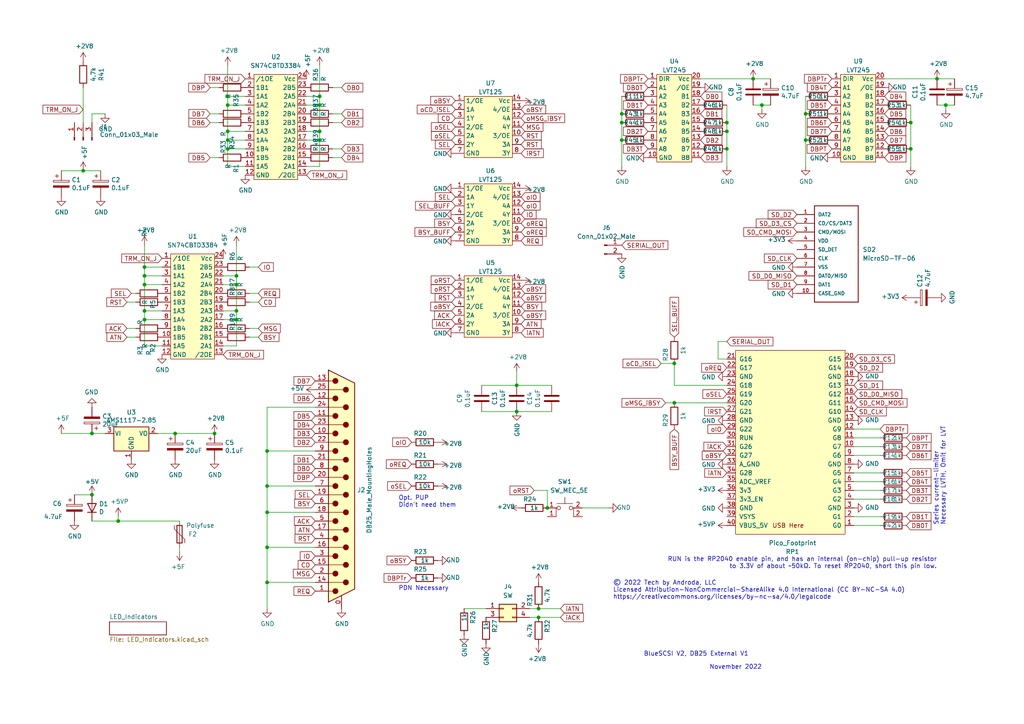
<source format=kicad_sch>
(kicad_sch (version 20211123) (generator eeschema)
  (paper "A4")
  (junction (at 26.67 143.51))
  (junction (at 41.91 77.47))
  (junction (at 92.71 27.94))
  (junction (at 41.91 90.17))
  (junction (at 68.58 82.55))
  (junction (at 220.98 30.48))
  (junction (at 66.04 43.18))
  (junction (at 156.21 176.53))
  (junction (at 149.86 119.38))
  (junction (at 92.71 30.48))
  (junction (at 34.29 151.13))
  (junction (at 92.71 40.64))
  (junction (at 158.75 147.32))
  (junction (at 24.13 49.53))
  (junction (at 92.71 38.1))
  (junction (at 77.47 158.75))
  (junction (at 210.82 43.18))
  (junction (at 149.86 111.76))
  (junction (at 77.47 168.91))
  (junction (at 195.58 105.41))
  (junction (at 41.91 80.01))
  (junction (at 68.58 80.01))
  (junction (at 66.04 38.1))
  (junction (at 41.91 82.55))
  (junction (at 180.34 33.02))
  (junction (at 233.68 33.02))
  (junction (at 210.82 35.56))
  (junction (at 77.47 130.81))
  (junction (at 68.58 90.17))
  (junction (at 218.44 22.86))
  (junction (at 62.23 125.73))
  (junction (at 271.78 22.86))
  (junction (at 156.21 179.07))
  (junction (at 50.8 125.73))
  (junction (at 180.34 40.64))
  (junction (at 66.04 27.94))
  (junction (at 210.82 38.1))
  (junction (at 233.68 40.64))
  (junction (at 264.16 43.18))
  (junction (at 66.04 30.48))
  (junction (at 195.58 116.84))
  (junction (at 274.32 30.48))
  (junction (at 180.34 35.56))
  (junction (at 264.16 35.56))
  (junction (at 66.04 40.64))
  (junction (at 77.47 148.59))
  (junction (at 68.58 92.71))
  (junction (at 41.91 92.71))
  (junction (at 26.67 125.73))
  (junction (at 77.47 140.97))
  (wire (pts (xy 92.71 48.26) (xy 92.71 40.64)))
  (wire (pts (xy 210.82 38.1) (xy 210.82 43.18)))
  (wire (pts (xy 193.04 116.84) (xy 195.58 116.84)))
  (wire (pts (xy 153.67 176.53) (xy 156.21 176.53)))
  (wire (pts (xy 66.04 43.18) (xy 71.12 43.18)))
  (wire (pts (xy 180.34 40.64) (xy 180.34 48.26)))
  (wire (pts (xy 218.44 22.86) (xy 203.2 22.86)))
  (wire (pts (xy 92.71 30.48) (xy 92.71 27.94)))
  (wire (pts (xy 91.44 168.91) (xy 77.47 168.91)))
  (wire (pts (xy 88.9 48.26) (xy 92.71 48.26)))
  (wire (pts (xy 64.77 90.17) (xy 68.58 90.17)))
  (wire (pts (xy 77.47 130.81) (xy 77.47 140.97)))
  (wire (pts (xy 210.82 35.56) (xy 210.82 38.1)))
  (wire (pts (xy 264.16 43.18) (xy 264.16 48.26)))
  (wire (pts (xy 274.32 30.48) (xy 274.32 31.75)))
  (wire (pts (xy 71.12 48.26) (xy 66.04 48.26)))
  (wire (pts (xy 88.9 38.1) (xy 92.71 38.1)))
  (wire (pts (xy 34.29 151.13) (xy 52.07 151.13)))
  (wire (pts (xy 77.47 148.59) (xy 77.47 158.75)))
  (wire (pts (xy 39.37 85.09) (xy 38.1 85.09)))
  (wire (pts (xy 271.78 30.48) (xy 274.32 30.48)))
  (wire (pts (xy 134.62 176.53) (xy 140.97 176.53)))
  (wire (pts (xy 66.04 30.48) (xy 66.04 27.94)))
  (wire (pts (xy 218.44 30.48) (xy 220.98 30.48)))
  (wire (pts (xy 66.04 38.1) (xy 66.04 30.48)))
  (wire (pts (xy 149.86 119.38) (xy 160.02 119.38)))
  (wire (pts (xy 139.7 111.76) (xy 149.86 111.76)))
  (wire (pts (xy 77.47 140.97) (xy 77.47 148.59)))
  (wire (pts (xy 96.52 33.02) (xy 99.06 33.02)))
  (wire (pts (xy 41.91 77.47) (xy 46.99 77.47)))
  (wire (pts (xy 66.04 38.1) (xy 66.04 40.64)))
  (wire (pts (xy 180.34 35.56) (xy 180.34 40.64)))
  (wire (pts (xy 233.68 33.02) (xy 233.68 40.64)))
  (wire (pts (xy 168.91 147.32) (xy 176.53 147.32)))
  (wire (pts (xy 247.65 139.7) (xy 255.27 139.7)))
  (wire (pts (xy 247.65 149.86) (xy 255.27 149.86)))
  (wire (pts (xy 247.65 132.08) (xy 255.27 132.08)))
  (wire (pts (xy 41.91 90.17) (xy 41.91 82.55)))
  (wire (pts (xy 264.16 35.56) (xy 264.16 43.18)))
  (wire (pts (xy 92.71 40.64) (xy 92.71 38.1)))
  (wire (pts (xy 74.93 95.25) (xy 72.39 95.25)))
  (wire (pts (xy 77.47 168.91) (xy 77.47 176.53)))
  (wire (pts (xy 41.91 92.71) (xy 46.99 92.71)))
  (wire (pts (xy 247.65 142.24) (xy 255.27 142.24)))
  (wire (pts (xy 41.91 80.01) (xy 46.99 80.01)))
  (wire (pts (xy 46.99 90.17) (xy 41.91 90.17)))
  (wire (pts (xy 96.52 35.56) (xy 99.06 35.56)))
  (wire (pts (xy 68.58 82.55) (xy 68.58 80.01)))
  (wire (pts (xy 88.9 40.64) (xy 92.71 40.64)))
  (wire (pts (xy 88.9 27.94) (xy 92.71 27.94)))
  (wire (pts (xy 66.04 40.64) (xy 66.04 43.18)))
  (wire (pts (xy 210.82 111.76) (xy 195.58 111.76)))
  (wire (pts (xy 17.78 125.73) (xy 26.67 125.73)))
  (wire (pts (xy 218.44 22.86) (xy 223.52 22.86)))
  (wire (pts (xy 191.77 105.41) (xy 195.58 105.41)))
  (wire (pts (xy 180.34 33.02) (xy 180.34 35.56)))
  (wire (pts (xy 66.04 19.05) (xy 66.04 27.94)))
  (wire (pts (xy 72.39 85.09) (xy 74.93 85.09)))
  (wire (pts (xy 63.5 33.02) (xy 60.96 33.02)))
  (wire (pts (xy 91.44 158.75) (xy 77.47 158.75)))
  (wire (pts (xy 233.68 27.94) (xy 233.68 33.02)))
  (wire (pts (xy 74.93 77.47) (xy 72.39 77.47)))
  (wire (pts (xy 99.06 45.72) (xy 96.52 45.72)))
  (wire (pts (xy 68.58 90.17) (xy 68.58 82.55)))
  (wire (pts (xy 64.77 100.33) (xy 68.58 100.33)))
  (wire (pts (xy 26.67 33.02) (xy 30.48 33.02)))
  (wire (pts (xy 220.98 30.48) (xy 220.98 31.75)))
  (wire (pts (xy 99.06 43.18) (xy 96.52 43.18)))
  (wire (pts (xy 210.82 99.06) (xy 208.28 99.06)))
  (wire (pts (xy 68.58 100.33) (xy 68.58 92.71)))
  (wire (pts (xy 17.78 49.53) (xy 24.13 49.53)))
  (wire (pts (xy 195.58 111.76) (xy 195.58 105.41)))
  (wire (pts (xy 24.13 49.53) (xy 29.21 49.53)))
  (wire (pts (xy 66.04 40.64) (xy 71.12 40.64)))
  (wire (pts (xy 39.37 87.63) (xy 36.83 87.63)))
  (wire (pts (xy 24.13 25.4) (xy 24.13 35.56)))
  (wire (pts (xy 52.07 158.75) (xy 52.07 160.02)))
  (wire (pts (xy 195.58 116.84) (xy 210.82 116.84)))
  (wire (pts (xy 180.34 27.94) (xy 180.34 33.02)))
  (wire (pts (xy 91.44 118.11) (xy 77.47 118.11)))
  (wire (pts (xy 233.68 40.64) (xy 233.68 48.26)))
  (wire (pts (xy 92.71 38.1) (xy 92.71 30.48)))
  (wire (pts (xy 64.77 92.71) (xy 68.58 92.71)))
  (wire (pts (xy 91.44 148.59) (xy 77.47 148.59)))
  (wire (pts (xy 158.75 142.24) (xy 158.75 147.32)))
  (wire (pts (xy 208.28 99.06) (xy 208.28 104.14)))
  (wire (pts (xy 68.58 92.71) (xy 68.58 90.17)))
  (wire (pts (xy 30.48 125.73) (xy 26.67 125.73)))
  (wire (pts (xy 91.44 140.97) (xy 77.47 140.97)))
  (wire (pts (xy 50.8 125.73) (xy 62.23 125.73)))
  (wire (pts (xy 149.86 111.76) (xy 160.02 111.76)))
  (wire (pts (xy 156.21 179.07) (xy 162.56 179.07)))
  (wire (pts (xy 34.29 149.86) (xy 34.29 151.13)))
  (wire (pts (xy 91.44 130.81) (xy 77.47 130.81)))
  (wire (pts (xy 247.65 137.16) (xy 255.27 137.16)))
  (wire (pts (xy 64.77 82.55) (xy 68.58 82.55)))
  (wire (pts (xy 26.67 151.13) (xy 34.29 151.13)))
  (wire (pts (xy 68.58 80.01) (xy 68.58 71.12)))
  (wire (pts (xy 92.71 27.94) (xy 92.71 19.05)))
  (wire (pts (xy 220.98 30.48) (xy 223.52 30.48)))
  (wire (pts (xy 99.06 25.4) (xy 96.52 25.4)))
  (wire (pts (xy 71.12 38.1) (xy 66.04 38.1)))
  (wire (pts (xy 210.82 30.48) (xy 210.82 35.56)))
  (wire (pts (xy 71.12 30.48) (xy 66.04 30.48)))
  (wire (pts (xy 45.72 125.73) (xy 50.8 125.73)))
  (wire (pts (xy 149.86 107.95) (xy 149.86 111.76)))
  (wire (pts (xy 156.21 176.53) (xy 162.56 176.53)))
  (wire (pts (xy 41.91 90.17) (xy 41.91 92.71)))
  (wire (pts (xy 247.65 144.78) (xy 255.27 144.78)))
  (wire (pts (xy 88.9 30.48) (xy 92.71 30.48)))
  (wire (pts (xy 77.47 158.75) (xy 77.47 168.91)))
  (wire (pts (xy 74.93 97.79) (xy 72.39 97.79)))
  (wire (pts (xy 77.47 118.11) (xy 77.47 130.81)))
  (wire (pts (xy 63.5 45.72) (xy 60.96 45.72)))
  (wire (pts (xy 46.99 100.33) (xy 41.91 100.33)))
  (wire (pts (xy 210.82 43.18) (xy 210.82 48.26)))
  (wire (pts (xy 46.99 82.55) (xy 41.91 82.55)))
  (wire (pts (xy 247.65 124.46) (xy 255.27 124.46)))
  (wire (pts (xy 247.65 129.54) (xy 255.27 129.54)))
  (wire (pts (xy 247.65 152.4) (xy 255.27 152.4)))
  (wire (pts (xy 63.5 25.4) (xy 60.96 25.4)))
  (wire (pts (xy 153.67 179.07) (xy 156.21 179.07)))
  (wire (pts (xy 264.16 30.48) (xy 264.16 35.56)))
  (wire (pts (xy 39.37 97.79) (xy 36.83 97.79)))
  (wire (pts (xy 36.83 95.25) (xy 39.37 95.25)))
  (wire (pts (xy 208.28 104.14) (xy 210.82 104.14)))
  (wire (pts (xy 247.65 127) (xy 255.27 127)))
  (wire (pts (xy 274.32 30.48) (xy 276.86 30.48)))
  (wire (pts (xy 64.77 80.01) (xy 68.58 80.01)))
  (wire (pts (xy 154.94 142.24) (xy 158.75 142.24)))
  (wire (pts (xy 41.91 71.12) (xy 41.91 77.47)))
  (wire (pts (xy 271.78 22.86) (xy 276.86 22.86)))
  (wire (pts (xy 41.91 77.47) (xy 41.91 80.01)))
  (wire (pts (xy 139.7 119.38) (xy 149.86 119.38)))
  (wire (pts (xy 41.91 82.55) (xy 41.91 80.01)))
  (wire (pts (xy 41.91 92.71) (xy 41.91 100.33)))
  (wire (pts (xy 72.39 87.63) (xy 74.93 87.63)))
  (wire (pts (xy 60.96 35.56) (xy 63.5 35.56)))
  (wire (pts (xy 21.59 143.51) (xy 26.67 143.51)))
  (wire (pts (xy 26.67 35.56) (xy 26.67 33.02)))
  (wire (pts (xy 66.04 27.94) (xy 71.12 27.94)))
  (wire (pts (xy 271.78 22.86) (xy 256.54 22.86)))
  (wire (pts (xy 66.04 43.18) (xy 66.04 48.26)))
  (text "Series current-limiter\nNecessary LVTH, Omit for LVT" (at 274.32 152.4 90) (effects (font (size 1.27 1.27)) (justify left bottom)))
  (text "November 2022" (at 205.74 194.31 0) (effects (font (size 1.27 1.27)) (justify left bottom)))
  (text "© 2022 Tech by Androda, LLC\nLicensed Attribution-NonCommercial-ShareAlike 4.0 International (CC BY-NC-SA 4.0)\nhttps://creativecommons.org/licenses/by-nc-sa/4.0/legalcode" (at 177.8 173.99 0) (effects (font (size 1.27 1.27)) (justify left bottom)))
  (text "RUN is the RP2040 enable pin, and has an internal (on-chip) pull-up resistor\nto 3.3V of about ~50kΩ. To reset RP2040, short this pin low." (at 271.78 165.1 0) (effects (font (size 1.27 1.27)) (justify right bottom)))
  (text "Opt. PUP\nDidn't need them" (at 115.57 147.32 0) (effects (font (size 1.27 1.27)) (justify left bottom)))
  (text "PDN Necessary" (at 115.57 171.45 0) (effects (font (size 1.27 1.27)) (justify left bottom)))
  (text "BlueSCSI V2, DB25 External V1" (at 186.69 190.5 0) (effects (font (size 1.27 1.27)) (justify left bottom)))
  (global_label "RST" (shape input) (at 36.83 87.63 180) (property "Intersheet References" "${INTERSHEET_REFS}" (effects hide)))
  (global_label "oSEL" (shape input) (at 119.38 140.97 180) (property "Intersheet References" "${INTERSHEET_REFS}" (effects hide)))
  (global_label "TRM_ON_J" (shape input) (at 24.13 31.75 180) (property "Intersheet References" "${INTERSHEET_REFS}" (effects hide)))
  (global_label "MSG" (shape input) (at 151.13 36.83 0) (property "Intersheet References" "${INTERSHEET_REFS}" (effects hide)))
  (global_label "DB2" (shape input) (at 91.44 128.27 180) (property "Intersheet References" "${INTERSHEET_REFS}" (effects hide)))
  (global_label "SEL" (shape input) (at 38.1 85.09 180) (property "Intersheet References" "${INTERSHEET_REFS}" (effects hide)))
  (global_label "SD_D1" (shape input) (at 231.14 82.55 180) (property "Intersheet References" "${INTERSHEET_REFS}" (effects hide)))
  (global_label "oBSY" (shape input) (at 151.13 31.75 0) (property "Intersheet References" "${INTERSHEET_REFS}" (effects hide)))
  (global_label "oRST" (shape input) (at 132.08 83.82 180) (property "Intersheet References" "${INTERSHEET_REFS}" (effects hide)))
  (global_label "iACK" (shape input) (at 162.56 179.07 0) (property "Intersheet References" "${INTERSHEET_REFS}" (effects hide)))
  (global_label "SD_CLK" (shape input) (at 231.14 74.93 180) (property "Intersheet References" "${INTERSHEET_REFS}" (effects hide)))
  (global_label "ATN" (shape input) (at 91.44 153.67 180) (property "Intersheet References" "${INTERSHEET_REFS}" (effects hide)))
  (global_label "DB1" (shape input) (at 91.44 133.35 180) (property "Intersheet References" "${INTERSHEET_REFS}" (effects hide)))
  (global_label "oIO" (shape input) (at 151.13 57.15 0) (property "Intersheet References" "${INTERSHEET_REFS}" (effects hide)))
  (global_label "DB1" (shape input) (at 203.2 33.02 0) (property "Intersheet References" "${INTERSHEET_REFS}" (effects hide)))
  (global_label "REQ" (shape input) (at 151.13 69.85 0) (property "Intersheet References" "${INTERSHEET_REFS}" (effects hide)))
  (global_label "CD" (shape input) (at 132.08 34.29 180) (property "Intersheet References" "${INTERSHEET_REFS}" (effects hide)))
  (global_label "DB1" (shape input) (at 99.06 33.02 0) (property "Intersheet References" "${INTERSHEET_REFS}" (effects hide)))
  (global_label "DB1T" (shape input) (at 262.89 149.86 0) (property "Intersheet References" "${INTERSHEET_REFS}" (effects hide)))
  (global_label "DB2T" (shape input) (at 187.96 38.1 180) (property "Intersheet References" "${INTERSHEET_REFS}" (effects hide)))
  (global_label "oREQ" (shape input) (at 151.13 64.77 0) (property "Intersheet References" "${INTERSHEET_REFS}" (effects hide)))
  (global_label "oIO" (shape input) (at 151.13 59.69 0) (property "Intersheet References" "${INTERSHEET_REFS}" (effects hide)))
  (global_label "DBP" (shape input) (at 91.44 138.43 180) (property "Intersheet References" "${INTERSHEET_REFS}" (effects hide)))
  (global_label "oIO" (shape input) (at 210.82 124.46 180) (property "Intersheet References" "${INTERSHEET_REFS}" (effects hide)))
  (global_label "RST" (shape input) (at 91.44 156.21 180) (property "Intersheet References" "${INTERSHEET_REFS}" (effects hide)))
  (global_label "DB7T" (shape input) (at 241.3 38.1 180) (property "Intersheet References" "${INTERSHEET_REFS}" (effects hide)))
  (global_label "oBSY" (shape input) (at 151.13 86.36 0) (property "Intersheet References" "${INTERSHEET_REFS}" (effects hide)))
  (global_label "DB3" (shape input) (at 99.06 43.18 0) (property "Intersheet References" "${INTERSHEET_REFS}" (effects hide)))
  (global_label "DBPTr" (shape input) (at 119.38 167.64 180) (property "Intersheet References" "${INTERSHEET_REFS}" (effects hide)))
  (global_label "DB0" (shape input) (at 91.44 135.89 180) (property "Intersheet References" "${INTERSHEET_REFS}" (effects hide)))
  (global_label "SEL_BUFF" (shape input) (at 195.58 97.79 90) (property "Intersheet References" "${INTERSHEET_REFS}" (effects hide)))
  (global_label "oMSG_iBSY" (shape input) (at 151.13 34.29 0) (property "Intersheet References" "${INTERSHEET_REFS}" (effects hide)))
  (global_label "CD" (shape input) (at 74.93 87.63 0) (property "Intersheet References" "${INTERSHEET_REFS}" (effects hide)))
  (global_label "BSY" (shape input) (at 151.13 88.9 0) (property "Intersheet References" "${INTERSHEET_REFS}" (effects hide)))
  (global_label "REQ" (shape input) (at 74.93 85.09 0) (property "Intersheet References" "${INTERSHEET_REFS}" (effects hide)))
  (global_label "SEL" (shape input) (at 91.44 143.51 180) (property "Intersheet References" "${INTERSHEET_REFS}" (effects hide)))
  (global_label "ACK" (shape input) (at 132.08 91.44 180) (property "Intersheet References" "${INTERSHEET_REFS}" (effects hide)))
  (global_label "DB6" (shape input) (at 91.44 115.57 180) (property "Intersheet References" "${INTERSHEET_REFS}" (effects hide)))
  (global_label "iRST" (shape input) (at 151.13 44.45 0) (property "Intersheet References" "${INTERSHEET_REFS}" (effects hide)))
  (global_label "REQ" (shape input) (at 91.44 171.45 180) (property "Intersheet References" "${INTERSHEET_REFS}" (effects hide)))
  (global_label "oBSY" (shape input) (at 132.08 29.21 180) (property "Intersheet References" "${INTERSHEET_REFS}" (effects hide)))
  (global_label "DB4" (shape input) (at 256.54 27.94 0) (property "Intersheet References" "${INTERSHEET_REFS}" (effects hide)))
  (global_label "DBP" (shape input) (at 60.96 25.4 180) (property "Intersheet References" "${INTERSHEET_REFS}" (effects hide)))
  (global_label "RST" (shape input) (at 132.08 86.36 180) (property "Intersheet References" "${INTERSHEET_REFS}" (effects hide)))
  (global_label "RST" (shape input) (at 151.13 41.91 0) (property "Intersheet References" "${INTERSHEET_REFS}" (effects hide)))
  (global_label "oBSY" (shape input) (at 132.08 88.9 180) (property "Intersheet References" "${INTERSHEET_REFS}" (effects hide)))
  (global_label "DBPTr" (shape input) (at 187.96 22.86 180) (property "Intersheet References" "${INTERSHEET_REFS}" (effects hide)))
  (global_label "oBSY" (shape input) (at 151.13 83.82 0) (property "Intersheet References" "${INTERSHEET_REFS}" (effects hide)))
  (global_label "DB7T" (shape input) (at 262.89 129.54 0) (property "Intersheet References" "${INTERSHEET_REFS}" (effects hide)))
  (global_label "SERIAL_OUT" (shape input) (at 210.82 99.06 0) (property "Intersheet References" "${INTERSHEET_REFS}" (effects hide)))
  (global_label "RST" (shape input) (at 151.13 39.37 0) (property "Intersheet References" "${INTERSHEET_REFS}" (effects hide)))
  (global_label "DB7" (shape input) (at 60.96 33.02 180) (property "Intersheet References" "${INTERSHEET_REFS}" (effects hide)))
  (global_label "SD_D0_MISO" (shape input) (at 247.65 114.3 0) (property "Intersheet References" "${INTERSHEET_REFS}" (effects hide)))
  (global_label "DB2" (shape input) (at 99.06 35.56 0) (property "Intersheet References" "${INTERSHEET_REFS}" (effects hide)))
  (global_label "DB5T" (shape input) (at 241.3 30.48 180) (property "Intersheet References" "${INTERSHEET_REFS}" (effects hide)))
  (global_label "DB5" (shape input) (at 256.54 33.02 0) (property "Intersheet References" "${INTERSHEET_REFS}" (effects hide)))
  (global_label "DB4" (shape input) (at 99.06 45.72 0) (property "Intersheet References" "${INTERSHEET_REFS}" (effects hide)))
  (global_label "SERIAL_OUT" (shape input) (at 180.34 71.12 0) (property "Intersheet References" "${INTERSHEET_REFS}" (effects hide)))
  (global_label "DB2" (shape input) (at 203.2 40.64 0) (property "Intersheet References" "${INTERSHEET_REFS}" (effects hide)))
  (global_label "oSEL" (shape input) (at 132.08 39.37 180) (property "Intersheet References" "${INTERSHEET_REFS}" (effects hide)))
  (global_label "DB5" (shape input) (at 60.96 45.72 180) (property "Intersheet References" "${INTERSHEET_REFS}" (effects hide)))
  (global_label "SD_D3_CS" (shape input) (at 247.65 104.14 0) (property "Intersheet References" "${INTERSHEET_REFS}" (effects hide)))
  (global_label "TRM_ON_J" (shape input) (at 88.9 50.8 0) (property "Intersheet References" "${INTERSHEET_REFS}" (effects hide)))
  (global_label "oMSG_iBSY" (shape input) (at 193.04 116.84 180) (property "Intersheet References" "${INTERSHEET_REFS}" (effects hide)))
  (global_label "BSY" (shape input) (at 132.08 64.77 180) (property "Intersheet References" "${INTERSHEET_REFS}" (effects hide)))
  (global_label "SD_CMD_MOSI" (shape input) (at 231.14 67.31 180) (property "Intersheet References" "${INTERSHEET_REFS}" (effects hide)))
  (global_label "DB3" (shape input) (at 203.2 45.72 0) (property "Intersheet References" "${INTERSHEET_REFS}" (effects hide)))
  (global_label "SEL" (shape input) (at 132.08 41.91 180) (property "Intersheet References" "${INTERSHEET_REFS}" (effects hide)))
  (global_label "DB0T" (shape input) (at 187.96 25.4 180) (property "Intersheet References" "${INTERSHEET_REFS}" (effects hide)))
  (global_label "BSY" (shape input) (at 74.93 97.79 0) (property "Intersheet References" "${INTERSHEET_REFS}" (effects hide)))
  (global_label "DBPTr" (shape input) (at 255.27 124.46 0) (property "Intersheet References" "${INTERSHEET_REFS}" (effects hide)))
  (global_label "oCD_iSEL" (shape input) (at 132.08 31.75 180) (property "Intersheet References" "${INTERSHEET_REFS}" (effects hide)))
  (global_label "SD_CMD_MOSI" (shape input) (at 247.65 116.84 0) (property "Intersheet References" "${INTERSHEET_REFS}" (effects hide)))
  (global_label "iRST" (shape input) (at 210.82 119.38 180) (property "Intersheet References" "${INTERSHEET_REFS}" (effects hide)))
  (global_label "SEL_BUFF" (shape input) (at 132.08 59.69 180) (property "Intersheet References" "${INTERSHEET_REFS}" (effects hide)))
  (global_label "DB6T" (shape input) (at 262.89 132.08 0) (property "Intersheet References" "${INTERSHEET_REFS}" (effects hide)))
  (global_label "DB6T" (shape input) (at 241.3 35.56 180) (property "Intersheet References" "${INTERSHEET_REFS}" (effects hide)))
  (global_label "iACK" (shape input) (at 132.08 93.98 180) (property "Intersheet References" "${INTERSHEET_REFS}" (effects hide)))
  (global_label "iATN" (shape input) (at 210.82 137.16 180) (property "Intersheet References" "${INTERSHEET_REFS}" (effects hide)))
  (global_label "oRST" (shape input) (at 132.08 81.28 180) (property "Intersheet References" "${INTERSHEET_REFS}" (effects hide)))
  (global_label "MSG" (shape input) (at 74.93 95.25 0) (property "Intersheet References" "${INTERSHEET_REFS}" (effects hide)))
  (global_label "SD_D1" (shape input) (at 247.65 111.76 0) (property "Intersheet References" "${INTERSHEET_REFS}" (effects hide)))
  (global_label "oSEL" (shape input) (at 210.82 114.3 180) (property "Intersheet References" "${INTERSHEET_REFS}" (effects hide)))
  (global_label "TRM_ON_J" (shape input) (at 64.77 102.87 0) (property "Intersheet References" "${INTERSHEET_REFS}" (effects hide)))
  (global_label "ACK" (shape input) (at 36.83 95.25 180) (property "Intersheet References" "${INTERSHEET_REFS}" (effects hide)))
  (global_label "DB5T" (shape input) (at 262.89 137.16 0) (property "Intersheet References" "${INTERSHEET_REFS}" (effects hide)))
  (global_label "oSEL" (shape input) (at 132.08 36.83 180) (property "Intersheet References" "${INTERSHEET_REFS}" (effects hide)))
  (global_label "SD_D0_MISO" (shape input) (at 231.14 80.01 180) (property "Intersheet References" "${INTERSHEET_REFS}" (effects hide)))
  (global_label "DBPT" (shape input) (at 241.3 43.18 180) (property "Intersheet References" "${INTERSHEET_REFS}" (effects hide)))
  (global_label "SD_D2" (shape input) (at 247.65 106.68 0) (property "Intersheet References" "${INTERSHEET_REFS}" (effects hide)))
  (global_label "oREQ" (shape input) (at 151.13 67.31 0) (property "Intersheet References" "${INTERSHEET_REFS}" (effects hide)))
  (global_label "SD_CLK" (shape input) (at 247.65 119.38 0) (property "Intersheet References" "${INTERSHEET_REFS}" (effects hide)))
  (global_label "DB2T" (shape input) (at 262.89 144.78 0) (property "Intersheet References" "${INTERSHEET_REFS}" (effects hide)))
  (global_label "oCD_iSEL" (shape input) (at 191.77 105.41 180) (property "Intersheet References" "${INTERSHEET_REFS}" (effects hide)))
  (global_label "SD_D3_CS" (shape input) (at 231.14 64.77 180) (property "Intersheet References" "${INTERSHEET_REFS}" (effects hide)))
  (global_label "CD" (shape input) (at 91.44 163.83 180) (property "Intersheet References" "${INTERSHEET_REFS}" (effects hide)))
  (global_label "DB5" (shape input) (at 91.44 120.65 180) (property "Intersheet References" "${INTERSHEET_REFS}" (effects hide)))
  (global_label "DB4" (shape input) (at 91.44 123.19 180) (property "Intersheet References" "${INTERSHEET_REFS}" (effects hide)))
  (global_label "oBSY" (shape input) (at 210.82 132.08 180) (property "Intersheet References" "${INTERSHEET_REFS}" (effects hide)))
  (global_label "DB0" (shape input) (at 203.2 27.94 0) (property "Intersheet References" "${INTERSHEET_REFS}" (effects hide)))
  (global_label "TRM_ON_J" (shape input) (at 46.99 74.93 180) (property "Intersheet References" "${INTERSHEET_REFS}" (effects hide)))
  (global_label "BSY_BUFF" (shape input) (at 132.08 67.31 180) (property "Intersheet References" "${INTERSHEET_REFS}" (effects hide)))
  (global_label "oBSY" (shape input) (at 151.13 91.44 0) (property "Intersheet References" "${INTERSHEET_REFS}" (effects hide)))
  (global_label "DB0" (shape input) (at 99.06 25.4 0) (property "Intersheet References" "${INTERSHEET_REFS}" (effects hide)))
  (global_label "DB3T" (shape input) (at 262.89 142.24 0) (property "Intersheet References" "${INTERSHEET_REFS}" (effects hide)))
  (global_label "DB1T" (shape input) (at 187.96 30.48 180) (property "Intersheet References" "${INTERSHEET_REFS}" (effects hide)))
  (global_label "oBSY" (shape input) (at 119.38 162.56 180) (property "Intersheet References" "${INTERSHEET_REFS}" (effects hide)))
  (global_label "DB6" (shape input) (at 256.54 38.1 0) (property "Intersheet References" "${INTERSHEET_REFS}" (effects hide)))
  (global_label "IO" (shape input) (at 74.93 77.47 0) (property "Intersheet References" "${INTERSHEET_REFS}" (effects hide)))
  (global_label "SEL" (shape input) (at 132.08 57.15 180) (property "Intersheet References" "${INTERSHEET_REFS}" (effects hide)))
  (global_label "iATN" (shape input) (at 151.13 96.52 0) (property "Intersheet References" "${INTERSHEET_REFS}" (effects hide)))
  (global_label "DBPT" (shape input) (at 262.89 127 0) (property "Intersheet References" "${INTERSHEET_REFS}" (effects hide)))
  (global_label "oRST" (shape input) (at 154.94 142.24 180) (property "Intersheet References" "${INTERSHEET_REFS}" (effects hide)))
  (global_label "TRM_ON_J" (shape input) (at 71.12 22.86 180) (property "Intersheet References" "${INTERSHEET_REFS}" (effects hide)))
  (global_label "oREQ" (shape input) (at 210.82 106.68 180) (property "Intersheet References" "${INTERSHEET_REFS}" (effects hide)))
  (global_label "DB6" (shape input) (at 60.96 35.56 180) (property "Intersheet References" "${INTERSHEET_REFS}" (effects hide)))
  (global_label "DB4T" (shape input) (at 262.89 139.7 0) (property "Intersheet References" "${INTERSHEET_REFS}" (effects hide)))
  (global_label "BSY_BUFF" (shape input) (at 195.58 124.46 270) (property "Intersheet References" "${INTERSHEET_REFS}" (effects hide)))
  (global_label "DB3" (shape input) (at 91.44 125.73 180) (property "Intersheet References" "${INTERSHEET_REFS}" (effects hide)))
  (global_label "iATN" (shape input) (at 162.56 176.53 0) (property "Intersheet References" "${INTERSHEET_REFS}" (effects hide)))
  (global_label "DB3T" (shape input) (at 187.96 43.18 180) (property "Intersheet References" "${INTERSHEET_REFS}" (effects hide)))
  (global_label "MSG" (shape input) (at 91.44 166.37 180) (property "Intersheet References" "${INTERSHEET_REFS}" (effects hide)))
  (global_label "oIO" (shape input) (at 119.38 128.27 180) (property "Intersheet References" "${INTERSHEET_REFS}" (effects hide)))
  (global_label "DB7" (shape input) (at 91.44 110.49 180) (property "Intersheet References" "${INTERSHEET_REFS}" (effects hide)))
  (global_label "DB7" (shape input) (at 256.54 40.64 0) (property "Intersheet References" "${INTERSHEET_REFS}" (effects hide)))
  (global_label "SD_D2" (shape input) (at 231.14 62.23 180) (property "Intersheet References" "${INTERSHEET_REFS}" (effects hide)))
  (global_label "BSY" (shape input) (at 91.44 146.05 180) (property "Intersheet References" "${INTERSHEET_REFS}" (effects hide)))
  (global_label "DBPTr" (shape input) (at 241.3 22.86 180) (property "Intersheet References" "${INTERSHEET_REFS}" (effects hide)))
  (global_label "DB4T" (shape input) (at 241.3 25.4 180) (property "Intersheet References" "${INTERSHEET_REFS}" (effects hide)))
  (global_label "oREQ" (shape input) (at 119.38 134.62 180) (property "Intersheet References" "${INTERSHEET_REFS}" (effects hide)))
  (global_label "IO" (shape input) (at 91.44 161.29 180) (property "Intersheet References" "${INTERSHEET_REFS}" (effects hide)))
  (global_label "ACK" (shape input) (at 91.44 151.13 180) (property "Intersheet References" "${INTERSHEET_REFS}" (effects hide)))
  (global_label "iACK" (shape input) (at 210.82 129.54 180) (property "Intersheet References" "${INTERSHEET_REFS}" (effects hide)))
  (global_label "IO" (shape input) (at 151.13 62.23 0) (property "Intersheet References" "${INTERSHEET_REFS}" (effects hide)))
  (global_label "DB0T" (shape input) (at 262.89 152.4 0) (property "Intersheet References" "${INTERSHEET_REFS}" (effects hide)))
  (global_label "ATN" (shape input) (at 151.13 93.98 0) (property "Intersheet References" "${INTERSHEET_REFS}" (effects hide)))
  (global_label "DBP" (shape input) (at 256.54 45.72 0) (property "Intersheet References" "${INTERSHEET_REFS}" (effects hide)))
  (global_label "ATN" (shape input) (at 36.83 97.79 180) (property "Intersheet References" "${INTERSHEET_REFS}" (effects hide)))
  (symbol (lib_id "Regulator_Linear:AMS1117CD-2.85") (at 38.1 125.73 0) (unit 1)
    (property "Reference" "U3" (at 38.1 119.5832 0))
    (property "Value" "AMS1117-2.85" (at 38.1 121.8946 0))
    (property "Footprint" "Package_TO_SOT_SMD:SOT-223-3_TabPin2" (effects hide))
    (property "Datasheet" "http://www.advanced-monolithic.com/pdf/ds1117.pdf" (effects hide))
  )
  (symbol (lib_id "power:GND") (at 38.1 133.35 0) (unit 1)
    (property "Reference" "#PWR012" (effects hide))
    (property "Value" "GND" (at 38.227 137.7442 0))
  )
  (symbol (lib_id "power:+2V8") (at 62.23 125.73 0) (unit 1)
    (property "Reference" "#PWR015" (effects hide))
    (property "Value" "+2V8" (at 62.611 121.3358 0))
  )
  (symbol (lib_id "Device:CP") (at 50.8 129.54 0) (unit 1)
    (property "Reference" "C4" (at 53.7972 128.3716 0) (effects (justify left)))
    (property "Value" "20uF" (at 53.7972 130.683 0) (effects (justify left)))
    (property "Footprint" "Capacitor_SMD:C_1206_3216Metric_Pad1.42x1.75mm_HandSolder" (effects hide))
  )
  (symbol (lib_id "Device:CP") (at 26.67 121.92 180) (unit 1)
    (property "Reference" "C3" (at 29.6672 120.7516 0) (effects (justify right)))
    (property "Value" "20uF" (at 29.6672 123.063 0) (effects (justify right)))
    (property "Footprint" "Capacitor_SMD:C_1206_3216Metric_Pad1.42x1.75mm_HandSolder" (effects hide))
  )
  (symbol (lib_id "power:GND") (at 26.67 118.11 180) (unit 1)
    (property "Reference" "#PWR07" (effects hide))
    (property "Value" "GND" (at 26.543 113.7158 0))
  )
  (symbol (lib_id "power:GND") (at 50.8 133.35 0) (unit 1)
    (property "Reference" "#PWR013" (effects hide))
    (property "Value" "GND" (at 50.927 137.7442 0))
  )
  (symbol (lib_id "custom_symbols:+5V_TPWR") (at 26.67 143.51 0) (unit 1)
    (property "Reference" "#PWR019" (effects hide))
    (property "Value" "+5V_TPWR" (at 26.67 139.7 0))
  )
  (symbol (lib_id "power:+3V3") (at 210.82 142.24 90) (unit 1)
    (property "Reference" "#PWR047" (effects hide))
    (property "Value" "+3V3" (at 207.5688 141.859 90) (effects (justify left)))
  )
  (symbol (lib_id "power:+5VP") (at 210.82 152.4 90) (unit 1)
    (property "Reference" "#PWR036" (effects hide))
    (property "Value" "+5VP" (at 207.5688 152.019 90) (effects (justify left)))
  )
  (symbol (lib_id "power:+5F") (at 17.78 125.73 0) (unit 1)
    (property "Reference" "#PWR06" (effects hide))
    (property "Value" "+5F" (at 18.161 121.3358 0))
  )
  (symbol (lib_id "power:+5F") (at 52.07 160.02 180) (unit 1)
    (property "Reference" "#PWR027" (effects hide))
    (property "Value" "+5F" (at 51.689 164.4142 0))
  )
  (symbol (lib_id "power:+5VP") (at 34.29 149.86 0) (unit 1)
    (property "Reference" "#PWR025" (effects hide))
    (property "Value" "+5VP" (at 34.671 145.4658 0))
  )
  (symbol (lib_id "custom_symbols:BlackSCSI") (at 229.87 156.21 180) (unit 1)
    (property "Reference" "RP1" (at 229.87 160.02 0))
    (property "Value" "Pico_Footprint" (at 229.87 157.48 0))
    (property "Footprint" "CustomFootprints:BluePillModule" (effects hide))
  )
  (symbol (lib_id "power:GND") (at 210.82 134.62 270) (unit 1)
    (property "Reference" "#PWR037" (effects hide))
    (property "Value" "GND" (at 207.5688 134.747 90) (effects (justify right)))
  )
  (symbol (lib_id "power:GND") (at 62.23 133.35 0) (unit 1)
    (property "Reference" "#PWR016" (effects hide))
    (property "Value" "GND" (at 62.357 137.7442 0))
  )
  (symbol (lib_id "Device:CP") (at 62.23 129.54 0) (unit 1)
    (property "Reference" "C5" (at 65.2272 128.3716 0) (effects (justify left)))
    (property "Value" "0.1uF" (at 65.2272 130.683 0) (effects (justify left)))
    (property "Footprint" "Capacitor_SMD:C_0805_2012Metric_Pad1.15x1.40mm_HandSolder" (effects hide))
  )
  (symbol (lib_id "power:GND") (at 29.21 57.15 0) (unit 1)
    (property "Reference" "#PWR05" (effects hide))
    (property "Value" "GND" (at 29.337 61.5442 0))
  )
  (symbol (lib_id "Device:CP") (at 29.21 53.34 0) (unit 1)
    (property "Reference" "C2" (at 32.2072 52.1716 0) (effects (justify left)))
    (property "Value" "0.1uF" (at 32.2072 54.483 0) (effects (justify left)))
    (property "Footprint" "Capacitor_SMD:C_0805_2012Metric_Pad1.15x1.40mm_HandSolder" (effects hide))
  )
  (symbol (lib_id "power:GND") (at 17.78 57.15 0) (unit 1)
    (property "Reference" "#PWR03" (effects hide))
    (property "Value" "GND" (at 17.907 61.5442 0))
  )
  (symbol (lib_id "Device:CP") (at 17.78 53.34 0) (unit 1)
    (property "Reference" "C1" (at 20.7772 52.1716 0) (effects (justify left)))
    (property "Value" "0.1uF" (at 20.7772 54.483 0) (effects (justify left)))
    (property "Footprint" "Capacitor_SMD:C_0805_2012Metric_Pad1.15x1.40mm_HandSolder" (effects hide))
  )
  (symbol (lib_id "Device:D") (at 26.67 147.32 90) (unit 1)
    (property "Reference" "D1" (at 28.702 146.1516 90) (effects (justify right)))
    (property "Value" "D" (at 28.702 148.463 90) (effects (justify right)))
    (property "Footprint" "Diode_SMD:D_SMA" (effects hide))
  )
  (symbol (lib_id "power:GND") (at 21.59 151.13 0) (unit 1)
    (property "Reference" "#PWR018" (effects hide))
    (property "Value" "GND" (at 21.717 155.5242 0))
  )
  (symbol (lib_id "Device:CP") (at 21.59 147.32 0) (unit 1)
    (property "Reference" "C6" (at 15.24 146.05 0) (effects (justify left)))
    (property "Value" "4.7uF" (at 12.7 149.86 0) (effects (justify left)))
    (property "Footprint" "Capacitor_SMD:C_0805_2012Metric_Pad1.15x1.40mm_HandSolder" (effects hide))
  )
  (symbol (lib_id "power:+3V3") (at 264.16 86.36 90) (unit 1)
    (property "Reference" "#PWR048" (effects hide))
    (property "Value" "+3V3" (at 260.9088 85.979 90) (effects (justify left)))
  )
  (symbol (lib_id "power:GND") (at 271.78 86.36 90) (unit 1)
    (property "Reference" "#PWR050" (effects hide))
    (property "Value" "GND" (at 276.1742 86.233 0))
  )
  (symbol (lib_id "Device:CP") (at 267.97 86.36 90) (unit 1)
    (property "Reference" "C12" (at 266.8016 83.3628 0) (effects (justify left)))
    (property "Value" "4.7uF" (at 269.113 83.3628 0) (effects (justify left)))
    (property "Footprint" "Capacitor_SMD:C_0805_2012Metric_Pad1.15x1.40mm_HandSolder" (effects hide))
  )
  (symbol (lib_id "Connector:Conn_01x03_Male") (at 24.13 40.64 90) (unit 1)
    (property "Reference" "J1" (at 28.9052 36.7284 90) (effects (justify right)))
    (property "Value" "Conn_01x03_Male" (at 28.9052 39.0398 90) (effects (justify right)))
    (property "Footprint" "Connector_PinHeader_2.54mm:PinHeader_1x03_P2.54mm_Vertical" (effects hide))
  )
  (symbol (lib_id "power:GND") (at 30.48 33.02 0) (unit 1)
    (property "Reference" "#PWR04" (effects hide))
    (property "Value" "GND" (at 30.607 37.4142 0))
  )
  (symbol (lib_id "power:GND") (at 77.47 176.53 0) (unit 1)
    (property "Reference" "#PWR014" (effects hide))
    (property "Value" "GND" (at 77.597 180.9242 0))
  )
  (symbol (lib_id "Device:R") (at 207.01 38.1 90) (unit 1)
    (property "Reference" "R48" (at 205.74 38.1 90))
    (property "Value" "1k" (at 208.28 38.1 90))
    (property "Footprint" "Resistor_SMD:R_0402_1005Metric_Pad0.72x0.64mm_HandSolder" (effects hide))
  )
  (symbol (lib_id "New_Library:LVT245") (at 248.92 19.05 0) (unit 1)
    (property "Reference" "U9" (at 248.92 17.78 0))
    (property "Value" "LVT245" (at 248.92 20.32 0))
    (property "Footprint" "Package_SO:TSSOP-20_4.4x6.5mm_P0.65mm" (effects hide))
  )
  (symbol (lib_id "Device:R") (at 24.13 21.59 180) (unit 1)
    (property "Reference" "R41" (at 29.3878 21.59 90))
    (property "Value" "4.7k" (at 27.0764 21.59 90))
    (property "Footprint" "Resistor_SMD:R_0603_1608Metric_Pad0.98x0.95mm_HandSolder" (effects hide))
  )
  (symbol (lib_id "power:GND") (at 264.16 48.26 0) (unit 1)
    (property "Reference" "#PWR032" (effects hide))
    (property "Value" "GND" (at 264.287 52.6542 0))
  )
  (symbol (lib_id "power:GND") (at 274.32 31.75 0) (unit 1)
    (property "Reference" "#PWR022" (effects hide))
    (property "Value" "GND" (at 274.447 36.1442 0))
  )
  (symbol (lib_id "power:+3V3") (at 231.14 69.85 90) (unit 1)
    (property "Reference" "#PWR0101" (effects hide))
    (property "Value" "+3V3" (at 227.8888 69.469 90) (effects (justify left)))
  )
  (symbol (lib_id "Device:R") (at 156.21 182.88 0) (unit 1)
    (property "Reference" "R32" (at 158.75 181.61 90))
    (property "Value" "4.7k" (at 153.67 182.88 90))
    (property "Footprint" "Resistor_SMD:R_0603_1608Metric_Pad0.98x0.95mm_HandSolder" (effects hide))
  )
  (symbol (lib_id "power:GND") (at 180.34 73.66 0) (unit 1)
    (property "Reference" "#PWR0112" (effects hide))
    (property "Value" "GND" (at 180.467 76.9112 90) (effects (justify right)))
  )
  (symbol (lib_id "power:GND") (at 127 162.56 90) (unit 1)
    (property "Reference" "#PWR0107" (effects hide))
    (property "Value" "GND" (at 131.3942 162.433 90))
  )
  (symbol (lib_id "power:GND") (at 210.82 109.22 270) (unit 1)
    (property "Reference" "#PWR061" (effects hide))
    (property "Value" "GND" (at 207.5688 109.347 90) (effects (justify right)))
  )
  (symbol (lib_id "power:GND") (at 231.14 77.47 270) (unit 1)
    (property "Reference" "#PWR0103" (effects hide))
    (property "Value" "GND" (at 227.8888 77.597 90) (effects (justify right)))
  )
  (symbol (lib_id "power:+2V8") (at 41.91 71.12 0) (unit 1)
    (property "Reference" "#PWR0119" (effects hide))
    (property "Value" "+2V8" (at 42.291 66.7258 0))
  )
  (symbol (lib_id "power:GND") (at 132.08 69.85 270) (unit 1)
    (property "Reference" "#PWR033" (effects hide))
    (property "Value" "GND" (at 127.6858 69.977 90))
  )
  (symbol (lib_id "Device:R") (at 123.19 134.62 90) (unit 1)
    (property "Reference" "R21" (at 121.92 132.08 90))
    (property "Value" "10k" (at 123.19 134.62 90))
    (property "Footprint" "Resistor_SMD:R_0603_1608Metric_Pad0.98x0.95mm_HandSolder" (effects hide))
  )
  (symbol (lib_id "power:+2V8") (at 151.13 147.32 90) (unit 1)
    (property "Reference" "#PWR0114" (effects hide))
    (property "Value" "+2V8" (at 146.7358 146.939 90))
  )
  (symbol (lib_id "Device:R") (at 92.71 43.18 90) (unit 1)
    (property "Reference" "R39" (at 91.5416 41.402 0) (effects (justify left)))
    (property "Value" "R" (at 93.853 41.402 0) (effects (justify left)))
    (property "Footprint" "Resistor_SMD:R_0603_1608Metric_Pad0.98x0.95mm_HandSolder" (effects hide))
  )
  (symbol (lib_id "power:GND") (at 233.68 48.26 0) (unit 1)
    (property "Reference" "#PWR030" (effects hide))
    (property "Value" "GND" (at 233.807 52.6542 0))
  )
  (symbol (lib_id "power:+2V8") (at 127 128.27 270) (unit 1)
    (property "Reference" "#PWR034" (effects hide))
    (property "Value" "+2V8" (at 131.3942 128.651 90))
  )
  (symbol (lib_id "power:GND") (at 99.06 176.53 0) (unit 1)
    (property "Reference" "#PWR035" (effects hide))
    (property "Value" "GND" (at 99.187 180.9242 0))
  )
  (symbol (lib_id "Device:R") (at 207.01 35.56 90) (unit 1)
    (property "Reference" "R47" (at 205.74 35.56 90))
    (property "Value" "1k" (at 208.28 35.56 90))
    (property "Footprint" "Resistor_SMD:R_0402_1005Metric_Pad0.72x0.64mm_HandSolder" (effects hide))
  )
  (symbol (lib_id "power:GND") (at 247.65 109.22 90) (unit 1)
    (property "Reference" "#PWR064" (effects hide))
    (property "Value" "GND" (at 250.9012 109.093 90) (effects (justify right)))
  )
  (symbol (lib_id "Device:R") (at 237.49 40.64 90) (unit 1)
    (property "Reference" "R52" (at 236.22 40.64 90))
    (property "Value" "1k" (at 238.76 40.64 90))
    (property "Footprint" "Resistor_SMD:R_0402_1005Metric_Pad0.72x0.64mm_HandSolder" (effects hide))
  )
  (symbol (lib_id "Device:R") (at 67.31 33.02 270) (unit 1)
    (property "Reference" "R34" (at 67.31 39.37 0) (effects (justify left)))
    (property "Value" "R" (at 64.77 38.1 0) (effects (justify left)))
    (property "Footprint" "Resistor_SMD:R_0603_1608Metric_Pad0.98x0.95mm_HandSolder" (effects hide))
  )
  (symbol (lib_id "Device:R") (at 259.08 132.08 90) (unit 1)
    (property "Reference" "R14" (at 257.81 132.08 90))
    (property "Value" "1k" (at 260.35 132.08 90))
    (property "Footprint" "Resistor_SMD:R_0402_1005Metric_Pad0.72x0.64mm_HandSolder" (effects hide))
  )
  (symbol (lib_id "Device:CP") (at 276.86 26.67 0) (unit 1)
    (property "Reference" "C15" (at 279.8572 25.5016 0) (effects (justify left)))
    (property "Value" "4.7uF" (at 279.8572 27.813 0) (effects (justify left)))
    (property "Footprint" "Capacitor_SMD:C_0805_2012Metric_Pad1.18x1.45mm_HandSolder" (effects hide))
  )
  (symbol (lib_id "power:GND") (at 256.54 25.4 90) (unit 1)
    (property "Reference" "#PWR020" (effects hide))
    (property "Value" "GND" (at 260.9342 25.273 90))
  )
  (symbol (lib_id "Device:R") (at 195.58 120.65 180) (unit 1)
    (property "Reference" "R29" (at 193.04 121.92 90))
    (property "Value" "1k" (at 198.12 120.65 90))
    (property "Footprint" "Resistor_SMD:R_0603_1608Metric_Pad0.98x0.95mm_HandSolder" (effects hide))
  )
  (symbol (lib_id "Device:R") (at 68.58 97.79 90) (unit 1)
    (property "Reference" "R10" (at 67.4116 96.012 0) (effects (justify left)))
    (property "Value" "R" (at 69.723 96.012 0) (effects (justify left)))
    (property "Footprint" "Resistor_SMD:R_0603_1608Metric_Pad0.98x0.95mm_HandSolder" (effects hide))
  )
  (symbol (lib_id "Device:R") (at 68.58 85.09 90) (unit 1)
    (property "Reference" "R7" (at 67.4116 83.312 0) (effects (justify left)))
    (property "Value" "R" (at 69.723 83.312 0) (effects (justify left)))
    (property "Footprint" "Resistor_SMD:R_0603_1608Metric_Pad0.98x0.95mm_HandSolder" (effects hide))
  )
  (symbol (lib_id "Device:R") (at 92.71 33.02 90) (unit 1)
    (property "Reference" "R37" (at 91.5416 31.242 0) (effects (justify left)))
    (property "Value" "R" (at 93.853 31.242 0) (effects (justify left)))
    (property "Footprint" "Resistor_SMD:R_0603_1608Metric_Pad0.98x0.95mm_HandSolder" (effects hide))
  )
  (symbol (lib_id "power:GND") (at 210.82 147.32 270) (unit 1)
    (property "Reference" "#PWR063" (effects hide))
    (property "Value" "GND" (at 207.5688 147.447 90) (effects (justify right)))
  )
  (symbol (lib_id "New_Library:SN74CBTD3384") (at 55.88 69.85 0) (unit 1)
    (property "Reference" "U1" (at 55.88 68.58 0))
    (property "Value" "SN74CBTD3384" (at 55.88 71.12 0))
    (property "Footprint" "Package_SO:TSSOP-24_4.4x7.8mm_P0.65mm" (effects hide))
  )
  (symbol (lib_id "power:+2V8") (at 149.86 107.95 0) (unit 1)
    (property "Reference" "#PWR055" (effects hide))
    (property "Value" "+2V8" (at 150.241 103.5558 0))
  )
  (symbol (lib_id "Device:R") (at 184.15 35.56 90) (unit 1)
    (property "Reference" "R44" (at 182.88 35.56 90))
    (property "Value" "1k" (at 185.42 35.56 90))
    (property "Footprint" "Resistor_SMD:R_0402_1005Metric_Pad0.72x0.64mm_HandSolder" (effects hide))
  )
  (symbol (lib_id "Device:R") (at 259.08 129.54 90) (unit 1)
    (property "Reference" "R13" (at 257.81 129.54 90))
    (property "Value" "1k" (at 260.35 129.54 90))
    (property "Footprint" "Resistor_SMD:R_0402_1005Metric_Pad0.72x0.64mm_HandSolder" (effects hide))
  )
  (symbol (lib_id "Connector:Conn_01x02_Male") (at 175.26 71.12 0) (unit 1)
    (property "Reference" "J6" (at 175.895 66.04 0))
    (property "Value" "Conn_01x02_Male" (at 175.895 68.58 0))
    (property "Footprint" "Connector_PinHeader_2.54mm:PinHeader_1x02_P2.54mm_Vertical" (effects hide))
  )
  (symbol (lib_id "Device:R") (at 259.08 152.4 90) (unit 1)
    (property "Reference" "R42" (at 257.81 152.4 90))
    (property "Value" "1k" (at 260.35 152.4 90))
    (property "Footprint" "Resistor_SMD:R_0402_1005Metric_Pad0.72x0.64mm_HandSolder" (effects hide))
  )
  (symbol (lib_id "power:GND") (at 132.08 54.61 270) (unit 1)
    (property "Reference" "#PWR028" (effects hide))
    (property "Value" "GND" (at 127.6858 54.737 90))
  )
  (symbol (lib_id "power:GND") (at 220.98 31.75 0) (unit 1)
    (property "Reference" "#PWR010" (effects hide))
    (property "Value" "GND" (at 221.107 36.1442 0))
  )
  (symbol (lib_id "Device:R") (at 123.19 167.64 90) (unit 1)
    (property "Reference" "R25" (at 121.92 165.1 90))
    (property "Value" "1k" (at 123.19 167.64 90))
    (property "Footprint" "Resistor_SMD:R_0603_1608Metric_Pad0.98x0.95mm_HandSolder" (effects hide))
  )
  (symbol (lib_id "Device:R") (at 43.18 97.79 270) (unit 1)
    (property "Reference" "R2" (at 44.3484 99.568 0) (effects (justify left)))
    (property "Value" "R" (at 42.037 99.568 0) (effects (justify left)))
    (property "Footprint" "Resistor_SMD:R_0603_1608Metric_Pad0.98x0.95mm_HandSolder" (effects hide))
  )
  (symbol (lib_id "Device:R") (at 43.18 95.25 270) (unit 1)
    (property "Reference" "R3" (at 40.64 100.33 0) (effects (justify left)))
    (property "Value" "R" (at 43.18 101.6 0) (effects (justify left)))
    (property "Footprint" "Resistor_SMD:R_0603_1608Metric_Pad0.98x0.95mm_HandSolder" (effects hide))
  )
  (symbol (lib_id "power:GND") (at 210.82 48.26 0) (unit 1)
    (property "Reference" "#PWR029" (effects hide))
    (property "Value" "GND" (at 210.947 52.6542 0))
  )
  (symbol (lib_id "power:GND") (at 46.99 102.87 0) (unit 1)
    (property "Reference" "#PWR0115" (effects hide))
    (property "Value" "GND" (at 47.117 107.2642 0))
  )
  (symbol (lib_id "Device:R") (at 237.49 27.94 90) (unit 1)
    (property "Reference" "R50" (at 236.22 27.94 90))
    (property "Value" "1k" (at 238.76 27.94 90))
    (property "Footprint" "Resistor_SMD:R_0402_1005Metric_Pad0.72x0.64mm_HandSolder" (effects hide))
  )
  (symbol (lib_id "power:+2V8") (at 151.13 81.28 270) (unit 1)
    (property "Reference" "#PWR053" (effects hide))
    (property "Value" "+2V8" (at 155.5242 81.661 90))
  )
  (symbol (lib_id "power:GND") (at 71.12 50.8 0) (unit 1)
    (property "Reference" "#PWR046" (effects hide))
    (property "Value" "GND" (at 71.247 55.1942 0))
  )
  (symbol (lib_id "Device:R") (at 259.08 149.86 90) (unit 1)
    (property "Reference" "R19" (at 257.81 149.86 90))
    (property "Value" "1k" (at 260.35 149.86 90))
    (property "Footprint" "Resistor_SMD:R_0402_1005Metric_Pad0.72x0.64mm_HandSolder" (effects hide))
  )
  (symbol (lib_id "power:+2V8") (at 156.21 186.69 180) (unit 1)
    (property "Reference" "#PWR0111" (effects hide))
    (property "Value" "+2V8" (at 155.829 191.0842 0))
  )
  (symbol (lib_id "power:GND") (at 127 167.64 90) (unit 1)
    (property "Reference" "#PWR0106" (effects hide))
    (property "Value" "GND" (at 131.3942 167.513 90))
  )
  (symbol (lib_id "Device:R") (at 92.71 45.72 90) (unit 1)
    (property "Reference" "R40" (at 91.5416 43.942 0) (effects (justify left)))
    (property "Value" "R" (at 93.853 43.942 0) (effects (justify left)))
    (property "Footprint" "Resistor_SMD:R_0603_1608Metric_Pad0.98x0.95mm_HandSolder" (effects hide))
  )
  (symbol (lib_id "Device:R") (at 134.62 180.34 0) (unit 1)
    (property "Reference" "R26" (at 137.16 179.07 90))
    (property "Value" "1k" (at 134.62 179.07 90))
    (property "Footprint" "Resistor_SMD:R_0603_1608Metric_Pad0.98x0.95mm_HandSolder" (effects hide))
  )
  (symbol (lib_id "power:GND") (at 180.34 48.26 0) (unit 1)
    (property "Reference" "#PWR023" (effects hide))
    (property "Value" "GND" (at 180.467 52.6542 0))
  )
  (symbol (lib_id "Device:R") (at 43.18 85.09 270) (unit 1)
    (property "Reference" "R5" (at 44.3484 86.868 0) (effects (justify left)))
    (property "Value" "R" (at 42.037 86.868 0) (effects (justify left)))
    (property "Footprint" "Resistor_SMD:R_0603_1608Metric_Pad0.98x0.95mm_HandSolder" (effects hide))
  )
  (symbol (lib_id "power:GND") (at 247.65 134.62 90) (unit 1)
    (property "Reference" "#PWR066" (effects hide))
    (property "Value" "GND" (at 250.9012 134.493 90) (effects (justify right)))
  )
  (symbol (lib_id "Device:R") (at 43.18 87.63 270) (unit 1)
    (property "Reference" "R4" (at 41.91 66.04 0) (effects (justify left)))
    (property "Value" "R" (at 40.64 92.71 0) (effects (justify left)))
    (property "Footprint" "Resistor_SMD:R_0603_1608Metric_Pad0.98x0.95mm_HandSolder" (effects hide))
  )
  (symbol (lib_id "Device:R") (at 259.08 139.7 90) (unit 1)
    (property "Reference" "R16" (at 257.81 139.7 90))
    (property "Value" "1k" (at 260.35 139.7 90))
    (property "Footprint" "Resistor_SMD:R_0402_1005Metric_Pad0.72x0.64mm_HandSolder" (effects hide))
  )
  (symbol (lib_id "Device:R") (at 237.49 33.02 90) (unit 1)
    (property "Reference" "R51" (at 236.22 33.02 90))
    (property "Value" "1k" (at 238.76 33.02 90))
    (property "Footprint" "Resistor_SMD:R_0402_1005Metric_Pad0.72x0.64mm_HandSolder" (effects hide))
  )
  (symbol (lib_id "power:+5F") (at 24.13 49.53 0) (unit 1)
    (property "Reference" "#PWR0116" (effects hide))
    (property "Value" "+5F" (at 24.511 46.2788 90) (effects (justify left)))
  )
  (symbol (lib_id "power:+2V8") (at 127 140.97 270) (unit 1)
    (property "Reference" "#PWR040" (effects hide))
    (property "Value" "+2V8" (at 131.3942 141.351 90))
  )
  (symbol (lib_id "Device:R") (at 123.19 140.97 90) (unit 1)
    (property "Reference" "R22" (at 121.92 138.43 90))
    (property "Value" "10k" (at 123.19 140.97 90))
    (property "Footprint" "Resistor_SMD:R_0603_1608Metric_Pad0.98x0.95mm_HandSolder" (effects hide))
  )
  (symbol (lib_id "Device:R") (at 259.08 144.78 90) (unit 1)
    (property "Reference" "R18" (at 257.81 144.78 90))
    (property "Value" "1k" (at 260.35 144.78 90))
    (property "Footprint" "Resistor_SMD:R_0402_1005Metric_Pad0.72x0.64mm_HandSolder" (effects hide))
  )
  (symbol (lib_id "power:GND") (at 132.08 62.23 270) (unit 1)
    (property "Reference" "#PWR031" (effects hide))
    (property "Value" "GND" (at 127.6858 62.357 90))
  )
  (symbol (lib_id "Connector_Generic:Conn_02x02_Odd_Even") (at 146.05 176.53 0) (unit 1)
    (property "Reference" "J4" (at 147.32 170.18 0))
    (property "Value" "SW" (at 147.32 172.72 0))
    (property "Footprint" "Connector_PinHeader_2.54mm:PinHeader_2x02_P2.54mm_Vertical" (effects hide))
  )
  (symbol (lib_id "power:GND") (at 149.86 119.38 0) (unit 1)
    (property "Reference" "#PWR056" (effects hide))
    (property "Value" "GND" (at 149.987 122.6312 90) (effects (justify right)))
  )
  (symbol (lib_id "power:+2V8") (at 92.71 19.05 0) (unit 1)
    (property "Reference" "#PWR052" (effects hide))
    (property "Value" "+2V8" (at 93.091 14.6558 0))
  )
  (symbol (lib_id "New_Library:LVT125") (at 142.24 52.07 0) (unit 1)
    (property "Reference" "U6" (at 142.24 49.53 0))
    (property "Value" "LVT125" (at 142.24 52.07 0))
    (property "Footprint" "Package_SO:TSSOP-14_4.4x5mm_P0.65mm" (effects hide))
  )
  (symbol (lib_id "power:GND") (at 132.08 44.45 270) (unit 1)
    (property "Reference" "#PWR057" (effects hide))
    (property "Value" "GND" (at 127.6858 44.577 90))
  )
  (symbol (lib_id "Device:C") (at 139.7 115.57 180) (unit 1)
    (property "Reference" "C9" (at 133.2992 115.57 90))
    (property "Value" "0.1uF" (at 135.6106 115.57 90))
    (property "Footprint" "Capacitor_SMD:C_0805_2012Metric_Pad1.18x1.45mm_HandSolder" (effects hide))
  )
  (symbol (lib_id "New_Library:SN74CBTD3384") (at 80.01 17.78 0) (unit 1)
    (property "Reference" "U2" (at 80.01 16.51 0))
    (property "Value" "SN74CBTD3384" (at 80.01 19.05 0))
    (property "Footprint" "Package_SO:TSSOP-24_4.4x7.8mm_P0.65mm" (effects hide))
  )
  (symbol (lib_id "Device:R") (at 92.71 25.4 90) (unit 1)
    (property "Reference" "R36" (at 91.5416 23.622 0) (effects (justify left)))
    (property "Value" "R" (at 93.853 23.622 0) (effects (justify left)))
    (property "Footprint" "Resistor_SMD:R_0603_1608Metric_Pad0.98x0.95mm_HandSolder" (effects hide))
  )
  (symbol (lib_id "power:+2V8") (at 156.21 168.91 0) (unit 1)
    (property "Reference" "#PWR0108" (effects hide))
    (property "Value" "+2V8" (at 156.591 164.5158 0))
  )
  (symbol (lib_id "power:+5F") (at 88.9 22.86 0) (unit 1)
    (property "Reference" "#PWR049" (effects hide))
    (property "Value" "+5F" (at 89.281 19.6088 90) (effects (justify left)))
  )
  (symbol (lib_id "power:+2V8") (at 271.78 22.86 0) (unit 1)
    (property "Reference" "#PWR021" (effects hide))
    (property "Value" "+2V8" (at 272.161 18.4658 0))
  )
  (symbol (lib_id "Device:R") (at 259.08 142.24 90) (unit 1)
    (property "Reference" "R17" (at 257.81 142.24 90))
    (property "Value" "1k" (at 260.35 142.24 90))
    (property "Footprint" "Resistor_SMD:R_0402_1005Metric_Pad0.72x0.64mm_HandSolder" (effects hide))
  )
  (symbol (lib_id "Device:R") (at 260.35 30.48 90) (unit 1)
    (property "Reference" "R53" (at 259.08 30.48 90))
    (property "Value" "1k" (at 261.62 30.48 90))
    (property "Footprint" "Resistor_SMD:R_0402_1005Metric_Pad0.72x0.64mm_HandSolder" (effects hide))
  )
  (symbol (lib_id "Device:R") (at 123.19 162.56 90) (unit 1)
    (property "Reference" "R23" (at 121.92 160.02 90))
    (property "Value" "1k" (at 123.19 162.56 90))
    (property "Footprint" "Resistor_SMD:R_0603_1608Metric_Pad0.98x0.95mm_HandSolder" (effects hide))
  )
  (symbol (lib_id "Device:R") (at 154.94 147.32 270) (unit 1)
    (property "Reference" "R24" (at 153.67 144.78 90))
    (property "Value" "1k" (at 154.94 147.32 90))
    (property "Footprint" "Resistor_SMD:R_0603_1608Metric_Pad0.98x0.95mm_HandSolder" (effects hide))
  )
  (symbol (lib_id "Device:R") (at 184.15 27.94 90) (unit 1)
    (property "Reference" "R11" (at 182.88 27.94 90))
    (property "Value" "1k" (at 185.42 27.94 90))
    (property "Footprint" "Resistor_SMD:R_0402_1005Metric_Pad0.72x0.64mm_HandSolder" (effects hide))
  )
  (symbol (lib_id "power:GND") (at 187.96 45.72 270) (unit 1)
    (property "Reference" "#PWR02" (effects hide))
    (property "Value" "GND" (at 183.5658 45.847 90))
  )
  (symbol (lib_id "power:+2V8") (at 66.04 19.05 0) (unit 1)
    (property "Reference" "#PWR01" (effects hide))
    (property "Value" "+2V8" (at 66.421 14.6558 0))
  )
  (symbol (lib_id "power:+5F") (at 64.77 74.93 0) (unit 1)
    (property "Reference" "#PWR0118" (effects hide))
    (property "Value" "+5F" (at 65.151 71.6788 90) (effects (justify left)))
  )
  (symbol (lib_id "New_Library:MicroSD-TF-06") (at 231.14 62.23 0) (unit 1)
    (property "Reference" "SD2" (at 250.19 72.3899 0) (effects (justify left)))
    (property "Value" "MicroSD-TF-06" (at 250.19 74.9299 0) (effects (justify left)))
    (property "Footprint" "Library:TF-06_MicroSD" (effects hide))
    (property "MANUFACTURER_PART_NUMBER" "C693844" (effects hide))
  )
  (symbol (lib_id "power:GND") (at 203.2 25.4 90) (unit 1)
    (property "Reference" "#PWR08" (effects hide))
    (property "Value" "GND" (at 207.5942 25.273 90))
  )
  (symbol (lib_id "Device:R") (at 184.15 33.02 90) (unit 1)
    (property "Reference" "R43" (at 182.88 33.02 90))
    (property "Value" "1k" (at 185.42 33.02 90))
    (property "Footprint" "Resistor_SMD:R_0402_1005Metric_Pad0.72x0.64mm_HandSolder" (effects hide))
  )
  (symbol (lib_id "Device:R") (at 259.08 137.16 90) (unit 1)
    (property "Reference" "R15" (at 257.81 137.16 90))
    (property "Value" "1k" (at 260.35 137.16 90))
    (property "Footprint" "Resistor_SMD:R_0402_1005Metric_Pad0.72x0.64mm_HandSolder" (effects hide))
  )
  (symbol (lib_id "Device:R") (at 156.21 172.72 180) (unit 1)
    (property "Reference" "R31" (at 153.67 173.99 90))
    (property "Value" "4.7k" (at 158.75 172.72 90))
    (property "Footprint" "Resistor_SMD:R_0603_1608Metric_Pad0.98x0.95mm_HandSolder" (effects hide))
  )
  (symbol (lib_id "Device:R") (at 68.58 87.63 90) (unit 1)
    (property "Reference" "R8" (at 67.4116 85.852 0) (effects (justify left)))
    (property "Value" "R" (at 69.723 85.852 0) (effects (justify left)))
    (property "Footprint" "Resistor_SMD:R_0603_1608Metric_Pad0.98x0.95mm_HandSolder" (effects hide))
  )
  (symbol (lib_id "power:GND") (at 247.65 147.32 90) (unit 1)
    (property "Reference" "#PWR067" (effects hide))
    (property "Value" "GND" (at 250.9012 147.193 90) (effects (justify right)))
  )
  (symbol (lib_id "Device:R") (at 195.58 101.6 180) (unit 1)
    (property "Reference" "R28" (at 193.04 102.87 90))
    (property "Value" "1k" (at 198.12 101.6 90))
    (property "Footprint" "Resistor_SMD:R_0603_1608Metric_Pad0.98x0.95mm_HandSolder" (effects hide))
  )
  (symbol (lib_id "Switch:SW_MEC_5E") (at 163.83 149.86 0) (unit 1)
    (property "Reference" "SW1" (at 163.83 139.7 0))
    (property "Value" "SW_MEC_5E" (at 165.1 142.24 0))
    (property "Footprint" "Library:TS-1187A-B-A-B" (effects hide))
    (property "Datasheet" "http://www.apem.com/int/index.php?controller=attachment&id_attachment=1371" (effects hide))
  )
  (symbol (lib_id "power:GND") (at 210.82 121.92 270) (unit 1)
    (property "Reference" "#PWR062" (effects hide))
    (property "Value" "GND" (at 207.5688 122.047 90) (effects (justify right)))
  )
  (symbol (lib_id "Device:R") (at 68.58 77.47 90) (unit 1)
    (property "Reference" "R6" (at 67.4116 75.692 0) (effects (justify left)))
    (property "Value" "R" (at 69.723 75.692 0) (effects (justify left)))
    (property "Footprint" "Resistor_SMD:R_0603_1608Metric_Pad0.98x0.95mm_HandSolder" (effects hide))
  )
  (symbol (lib_id "Device:C") (at 149.86 115.57 180) (unit 1)
    (property "Reference" "C13" (at 143.4592 115.57 90))
    (property "Value" "0.1uF" (at 145.7706 115.57 90))
    (property "Footprint" "Capacitor_SMD:C_0805_2012Metric_Pad1.18x1.45mm_HandSolder" (effects hide))
  )
  (symbol (lib_id "custom_symbols:+5V_TPWR") (at 91.44 113.03 90) (unit 1)
    (property "Reference" "#PWR017" (effects hide))
    (property "Value" "+5V_TPWR" (at 88.1888 112.649 90) (effects (justify left)))
  )
  (symbol (lib_id "Device:C") (at 160.02 115.57 180) (unit 1)
    (property "Reference" "C14" (at 153.6192 115.57 90))
    (property "Value" "0.1uF" (at 155.9306 115.57 90))
    (property "Footprint" "Capacitor_SMD:C_0805_2012Metric_Pad1.18x1.45mm_HandSolder" (effects hide))
  )
  (symbol (lib_id "New_Library:LVT125") (at 142.24 78.74 0) (unit 1)
    (property "Reference" "U5" (at 142.24 76.2 0))
    (property "Value" "LVT125" (at 142.24 78.74 0))
    (property "Footprint" "Package_SO:TSSOP-14_4.4x5mm_P0.65mm" (effects hide))
  )
  (symbol (lib_id "Device:Polyfuse") (at 52.07 154.94 180) (unit 1)
    (property "Reference" "F2" (at 57.15 154.94 0) (effects (justify left)))
    (property "Value" "Polyfuse" (at 62.23 152.4 0) (effects (justify left)))
    (property "Footprint" "Fuse:Fuse_0805_2012Metric_Pad1.15x1.40mm_HandSolder" (effects hide))
  )
  (symbol (lib_id "Device:R") (at 67.31 35.56 270) (unit 1)
    (property "Reference" "R33" (at 64.77 40.64 0) (effects (justify left)))
    (property "Value" "R" (at 67.31 41.91 0) (effects (justify left)))
    (property "Footprint" "Resistor_SMD:R_0603_1608Metric_Pad0.98x0.95mm_HandSolder" (effects hide))
  )
  (symbol (lib_id "power:GND") (at 132.08 96.52 270) (unit 1)
    (property "Reference" "#PWR024" (effects hide))
    (property "Value" "GND" (at 127.6858 96.647 90))
  )
  (symbol (lib_id "Device:C") (at 218.44 26.67 0) (unit 1)
    (property "Reference" "C8" (at 212.0392 26.67 90))
    (property "Value" "0.1uF" (at 214.3506 26.67 90))
    (property "Footprint" "Capacitor_SMD:C_0805_2012Metric_Pad1.18x1.45mm_HandSolder" (effects hide))
  )
  (symbol (lib_id "power:GND") (at 176.53 147.32 90) (unit 1)
    (property "Reference" "#PWR0113" (effects hide))
    (property "Value" "GND" (at 180.9242 147.193 90))
  )
  (symbol (lib_id "Device:CP") (at 223.52 26.67 0) (unit 1)
    (property "Reference" "C10" (at 226.5172 25.5016 0) (effects (justify left)))
    (property "Value" "4.7uF" (at 226.5172 27.813 0) (effects (justify left)))
    (property "Footprint" "Capacitor_SMD:C_0805_2012Metric_Pad1.18x1.45mm_HandSolder" (effects hide))
  )
  (symbol (lib_id "Connector:DB25_Male_MountingHoles") (at 99.06 140.97 0) (unit 1)
    (property "Reference" "J2" (at 104.775 142.113 0))
    (property "Value" "DB25_Male_MountingHoles" (at 107.0864 142.113 90))
    (property "Footprint" "Connector_Dsub:DSUB-25_Male_Horizontal_P2.77x2.84mm_EdgePinOffset7.70mm_Housed_MountingHolesOffset9.12mm" (effects hide))
    (property "Datasheet" " ~" (effects hide))
  )
  (symbol (lib_id "Device:R") (at 260.35 35.56 90) (unit 1)
    (property "Reference" "R54" (at 259.08 35.56 90))
    (property "Value" "1k" (at 261.62 35.56 90))
    (property "Footprint" "Resistor_SMD:R_0402_1005Metric_Pad0.72x0.64mm_HandSolder" (effects hide))
  )
  (symbol (lib_id "power:+2V8") (at 218.44 22.86 0) (unit 1)
    (property "Reference" "#PWR09" (effects hide))
    (property "Value" "+2V8" (at 218.821 18.4658 0))
  )
  (symbol (lib_id "Device:R") (at 260.35 43.18 90) (unit 1)
    (property "Reference" "R55" (at 259.08 43.18 90))
    (property "Value" "1k" (at 261.62 43.18 90))
    (property "Footprint" "Resistor_SMD:R_0402_1005Metric_Pad0.72x0.64mm_HandSolder" (effects hide))
  )
  (symbol (lib_id "New_Library:LVT125") (at 142.24 26.67 0) (unit 1)
    (property "Reference" "U7" (at 142.24 24.13 0))
    (property "Value" "LVT125" (at 142.24 26.67 0))
    (property "Footprint" "Package_SO:TSSOP-14_4.4x5mm_P0.65mm" (effects hide))
  )
  (symbol (lib_id "Device:R") (at 92.71 35.56 90) (unit 1)
    (property "Reference" "R38" (at 91.5416 33.782 0) (effects (justify left)))
    (property "Value" "R" (at 93.853 33.782 0) (effects (justify left)))
    (property "Footprint" "Resistor_SMD:R_0603_1608Metric_Pad0.98x0.95mm_HandSolder" (effects hide))
  )
  (symbol (lib_id "Device:R") (at 184.15 40.64 90) (unit 1)
    (property "Reference" "R45" (at 182.88 40.64 90))
    (property "Value" "1k" (at 185.42 40.64 90))
    (property "Footprint" "Resistor_SMD:R_0402_1005Metric_Pad0.72x0.64mm_HandSolder" (effects hide))
  )
  (symbol (lib_id "power:+2V8") (at 151.13 29.21 270) (unit 1)
    (property "Reference" "#PWR060" (effects hide))
    (property "Value" "+2V8" (at 155.5242 29.591 90))
  )
  (symbol (lib_id "Device:C") (at 271.78 26.67 0) (unit 1)
    (property "Reference" "C11" (at 265.3792 26.67 90))
    (property "Value" "0.1uF" (at 267.6906 26.67 90))
    (property "Footprint" "Capacitor_SMD:C_0805_2012Metric_Pad1.18x1.45mm_HandSolder" (effects hide))
  )
  (symbol (lib_id "Device:R") (at 67.31 45.72 270) (unit 1)
    (property "Reference" "R1" (at 68.4784 47.498 0) (effects (justify left)))
    (property "Value" "R" (at 66.167 47.498 0) (effects (justify left)))
    (property "Footprint" "Resistor_SMD:R_0603_1608Metric_Pad0.98x0.95mm_HandSolder" (effects hide))
  )
  (symbol (lib_id "power:+2V8") (at 68.58 71.12 0) (unit 1)
    (property "Reference" "#PWR0117" (effects hide))
    (property "Value" "+2V8" (at 68.961 66.7258 0))
  )
  (symbol (lib_id "Device:R") (at 207.01 30.48 90) (unit 1)
    (property "Reference" "R46" (at 205.74 30.48 90))
    (property "Value" "1k" (at 208.28 30.48 90))
    (property "Footprint" "Resistor_SMD:R_0402_1005Metric_Pad0.72x0.64mm_HandSolder" (effects hide))
  )
  (symbol (lib_id "power:+2V8") (at 151.13 54.61 270) (unit 1)
    (property "Reference" "#PWR054" (effects hide))
    (property "Value" "+2V8" (at 155.5242 54.991 90))
  )
  (symbol (lib_id "Device:R") (at 123.19 128.27 90) (unit 1)
    (property "Reference" "R20" (at 121.92 125.73 90))
    (property "Value" "10k" (at 123.19 128.27 90))
    (property "Footprint" "Resistor_SMD:R_0603_1608Metric_Pad0.98x0.95mm_HandSolder" (effects hide))
  )
  (symbol (lib_id "Device:R") (at 140.97 182.88 0) (unit 1)
    (property "Reference" "R27" (at 143.51 181.61 90))
    (property "Value" "1k" (at 140.97 181.61 90))
    (property "Footprint" "Resistor_SMD:R_0603_1608Metric_Pad0.98x0.95mm_HandSolder" (effects hide))
  )
  (symbol (lib_id "Device:R") (at 67.31 25.4 270) (unit 1)
    (property "Reference" "R35" (at 68.4784 27.178 0) (effects (justify left)))
    (property "Value" "R" (at 66.167 27.178 0) (effects (justify left)))
    (property "Footprint" "Resistor_SMD:R_0603_1608Metric_Pad0.98x0.95mm_HandSolder" (effects hide))
  )
  (symbol (lib_id "Device:R") (at 207.01 43.18 90) (unit 1)
    (property "Reference" "R49" (at 205.74 43.18 90))
    (property "Value" "1k" (at 208.28 43.18 90))
    (property "Footprint" "Resistor_SMD:R_0402_1005Metric_Pad0.72x0.64mm_HandSolder" (effects hide))
  )
  (symbol (lib_id "power:GND") (at 140.97 186.69 0) (unit 1)
    (property "Reference" "#PWR0110" (effects hide))
    (property "Value" "GND" (at 141.097 191.0842 90))
  )
  (symbol (lib_id "power:+2V8") (at 24.13 17.78 0) (unit 1)
    (property "Reference" "#PWR058" (effects hide))
    (property "Value" "+2V8" (at 24.511 13.3858 0))
  )
  (symbol (lib_id "power:GND") (at 134.62 184.15 0) (unit 1)
    (property "Reference" "#PWR0109" (effects hide))
    (property "Value" "GND" (at 134.747 188.5442 90))
  )
  (symbol (lib_id "Device:R") (at 259.08 127 90) (unit 1)
    (property "Reference" "R12" (at 257.81 127 90))
    (property "Value" "1k" (at 260.35 127 90))
    (property "Footprint" "Resistor_SMD:R_0402_1005Metric_Pad0.72x0.64mm_HandSolder" (effects hide))
  )
  (symbol (lib_id "power:+2V8") (at 127 134.62 270) (unit 1)
    (property "Reference" "#PWR039" (effects hide))
    (property "Value" "+2V8" (at 131.3942 135.001 90))
  )
  (symbol (lib_id "New_Library:LVT245") (at 195.58 19.05 0) (unit 1)
    (property "Reference" "U4" (at 195.58 17.78 0))
    (property "Value" "LVT245" (at 195.58 20.32 0))
    (property "Footprint" "Package_SO:TSSOP-20_4.4x6.5mm_P0.65mm" (effects hide))
  )
  (symbol (lib_id "power:GND") (at 247.65 121.92 90) (unit 1)
    (property "Reference" "#PWR065" (effects hide))
    (property "Value" "GND" (at 250.9012 121.793 90) (effects (justify right)))
  )
  (symbol (lib_id "Device:R") (at 68.58 95.25 90) (unit 1)
    (property "Reference" "R9" (at 67.4116 93.472 0) (effects (justify left)))
    (property "Value" "R" (at 69.723 93.472 0) (effects (justify left)))
    (property "Footprint" "Resistor_SMD:R_0603_1608Metric_Pad0.98x0.95mm_HandSolder" (effects hide))
  )
  (symbol (lib_id "power:GND") (at 231.14 85.09 270) (unit 1)
    (property "Reference" "#PWR0102" (effects hide))
    (property "Value" "GND" (at 227.8888 85.217 90) (effects (justify right)))
  )
  (symbol (lib_id "power:GND") (at 241.3 45.72 270) (unit 1)
    (property "Reference" "#PWR011" (effects hide))
    (property "Value" "GND" (at 236.9058 45.847 90))
  )
  (sheet (at 31.75 180.34) (size 16.51 3.81) (stroke (width 0.1524))
    (property "Sheet name" "LED_Indicators" (at 31.75 179.6284 0) (effects (justify left bottom)))
    (property "Sheet file" "LED_Indicators.kicad_sch" (at 31.75 184.7346 0) (effects (justify left top)))
  )
)
</source>
